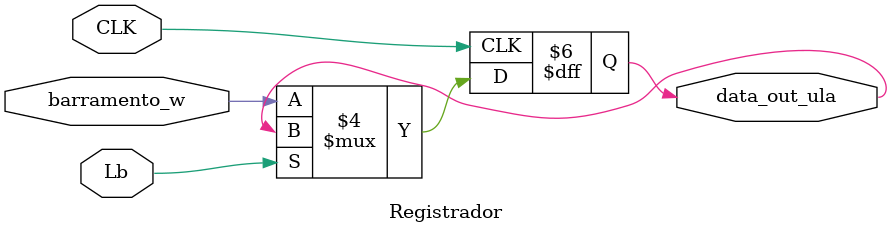
<source format=sv>
module Registrador(
	input Lb,
	input CLK,
	input barramento_w,
	output data_out_ula
);

always_ff @(posedge CLK) begin
	if (!Lb) begin
		data_out_ula = barramento_w;
	end
end

endmodule

</source>
